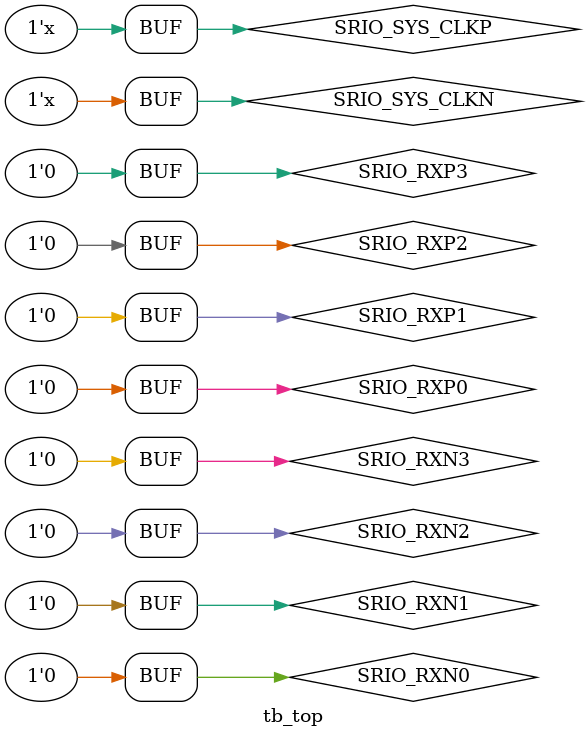
<source format=v>
`timescale 1ns / 1ps


module tb_top;

	// Inputs
	reg SRIO_SYS_CLKP;
	reg SRIO_SYS_CLKN;
	reg SRIO_RXP0;
	reg SRIO_RXN0;
	reg SRIO_RXP1;
	reg SRIO_RXN1;
	reg SRIO_RXP2;
	reg SRIO_RXN2;
	reg SRIO_RXP3;
	reg SRIO_RXN3;

	// Outputs
	wire SRIO_TXP0;
	wire SRIO_TXN0;
	wire SRIO_TXP1;
	wire SRIO_TXN1;
	wire SRIO_TXP2;
	wire SRIO_TXN2;
	wire SRIO_TXP3;
	wire SRIO_TXN3;

	// Instantiate the Unit Under Test (UUT)
	srio_test_top uut (
		.SRIO_SYS_CLKP(SRIO_SYS_CLKP), 
		.SRIO_SYS_CLKN(SRIO_SYS_CLKN), 
		.SRIO_TXP0(SRIO_TXP0), 
		.SRIO_TXN0(SRIO_TXN0), 
		.SRIO_TXP1(SRIO_TXP1), 
		.SRIO_TXN1(SRIO_TXN1), 
		.SRIO_TXP2(SRIO_TXP2), 
		.SRIO_TXN2(SRIO_TXN2), 
		.SRIO_TXP3(SRIO_TXP3), 
		.SRIO_TXN3(SRIO_TXN3), 
		.SRIO_RXP0(SRIO_RXP0), 
		.SRIO_RXN0(SRIO_RXN0), 
		.SRIO_RXP1(SRIO_RXP1), 
		.SRIO_RXN1(SRIO_RXN1), 
		.SRIO_RXP2(SRIO_RXP2), 
		.SRIO_RXN2(SRIO_RXN2), 
		.SRIO_RXP3(SRIO_RXP3), 
		.SRIO_RXN3(SRIO_RXN3)
	);

	initial begin
		// Initialize Inputs
		SRIO_SYS_CLKP = 0;
		SRIO_SYS_CLKN = 1;
		SRIO_RXP0 = 0;
		SRIO_RXN0 = 0;
		SRIO_RXP1 = 0;
		SRIO_RXN1 = 0;
		SRIO_RXP2 = 0;
		SRIO_RXN2 = 0;
		SRIO_RXP3 = 0;
		SRIO_RXN3 = 0;

		// Wait 100 ns for global reset to finish
		#100;
        
		// Add stimulus here

	end
	
	always #5 SRIO_SYS_CLKP=~SRIO_SYS_CLKP;
	always #5 SRIO_SYS_CLKN=~SRIO_SYS_CLKN;
      
endmodule


</source>
